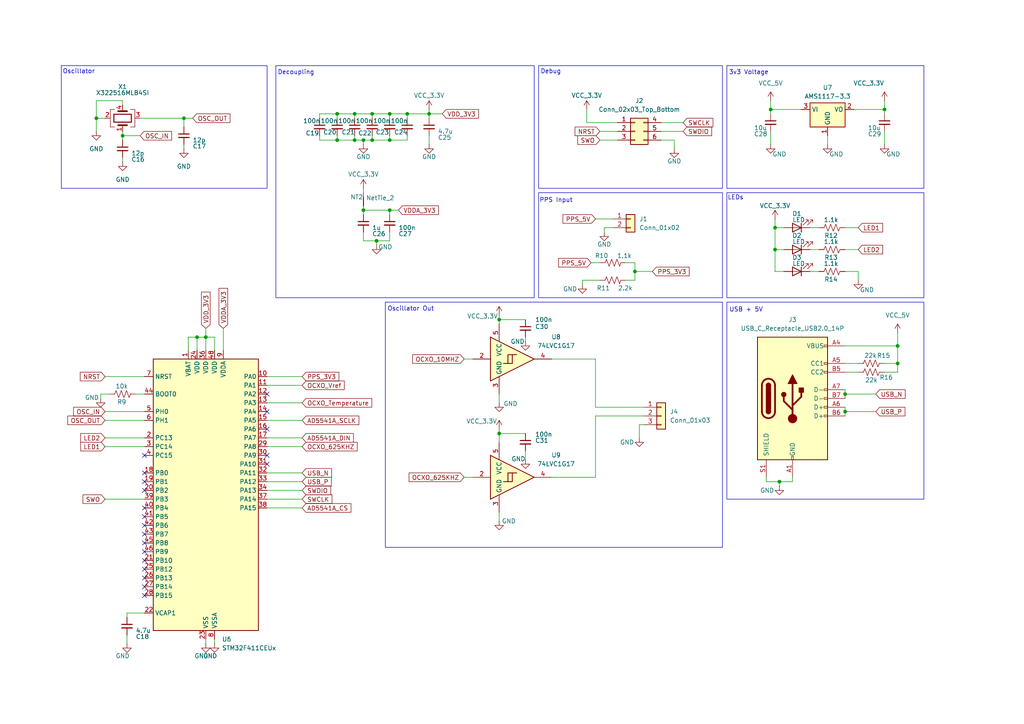
<source format=kicad_sch>
(kicad_sch (version 20250114) (generator "eeschema") (generator_version "9.0")
  (paper "A4")
  (lib_symbols
    (symbol "74xGxx:74LVC1G17"
      (property "Reference" "U" (at 0 3.81 0))
      (property "Value" "74LVC1G17" (at 0 -3.81 0))
      (symbol "74LVC1G17_0_1"
        (polyline (pts (xy -7.62 6.35) (xy -7.62 -6.35) (xy 5.08 0) (xy -7.62 6.35)) (stroke (width 0.254)) (fill (type background)))
        (polyline (pts (xy -3.81 -1.27) (xy -2.54 -1.27) (xy -2.54 1.27) (xy -1.27 1.27)) (stroke (width 0.254)) (fill (type background)))
        (polyline (pts (xy -2.54 -1.27) (xy -1.27 -1.27) (xy -1.27 1.27) (xy 0 1.27)) (stroke (width 0.254)) (fill (type background)))
      )
      (symbol "74LVC1G17_1_1"
        (pin input line (at -12.7 0 0) (length 5.08) (name "~") (number "2"))
        (pin no_connect line (at -7.62 5.08 180) (length 5.08) (hide yes) (name "NC") (number "1"))
        (pin power_in line (at -5.08 10.16 270) (length 5.08) (name "VCC") (number "5"))
        (pin power_in line (at -5.08 -10.16 90) (length 5.08) (name "GND") (number "3"))
        (pin output line (at 10.16 0 180) (length 5.08) (name "~") (number "4"))
      )
    )
    (symbol "Connector:USB_C_Receptacle_USB2.0_14P" (pin_names (offset 1.016))
      (property "Reference" "J" (at 0 22.225 0))
      (property "Value" "USB_C_Receptacle_USB2.0_14P" (at 0 19.685 0))
      (symbol "USB_C_Receptacle_USB2.0_14P_0_0"
        (rectangle (start -0.254 -17.78) (end 0.254 -16.764))
        (rectangle (start 10.16 15.494) (end 9.144 14.986))
        (rectangle (start 10.16 10.414) (end 9.144 9.906))
        (rectangle (start 10.16 7.874) (end 9.144 7.366))
        (rectangle (start 10.16 2.794) (end 9.144 2.286))
        (rectangle (start 10.16 0.254) (end 9.144 -0.254))
        (rectangle (start 10.16 -2.286) (end 9.144 -2.794))
        (rectangle (start 10.16 -4.826) (end 9.144 -5.334))
      )
      (symbol "USB_C_Receptacle_USB2.0_14P_0_1"
        (rectangle (start -10.16 17.78) (end 10.16 -17.78) (stroke (width 0.254)) (fill (type background)))
        (polyline (pts (xy -8.89 -3.81) (xy -8.89 3.81)) (stroke (width 0.508)))
        (rectangle (start -7.62 -3.81) (end -6.35 3.81) (stroke (width 0.254)) (fill (type outline)))
        (arc (start -7.62 3.81) (mid -6.985 4.4423) (end -6.35 3.81) (stroke (width 0.254)))
        (arc (start -7.62 3.81) (mid -6.985 4.4423) (end -6.35 3.81) (stroke (width 0.254)) (fill (type outline)))
        (arc (start -8.89 3.81) (mid -6.985 5.7067) (end -5.08 3.81) (stroke (width 0.508)))
        (arc (start -5.08 -3.81) (mid -6.985 -5.7067) (end -8.89 -3.81) (stroke (width 0.508)))
        (arc (start -6.35 -3.81) (mid -6.985 -4.4423) (end -7.62 -3.81) (stroke (width 0.254)))
        (arc (start -6.35 -3.81) (mid -6.985 -4.4423) (end -7.62 -3.81) (stroke (width 0.254)) (fill (type outline)))
        (polyline (pts (xy -5.08 3.81) (xy -5.08 -3.81)) (stroke (width 0.508)))
        (circle (center -2.54 1.143) (radius 0.635) (stroke (width 0.254)) (fill (type outline)))
        (polyline (pts (xy -1.27 4.318) (xy 0 6.858) (xy 1.27 4.318) (xy -1.27 4.318)) (stroke (width 0.254)) (fill (type outline)))
        (polyline (pts (xy 0 -2.032) (xy 2.54 0.508) (xy 2.54 1.778)) (stroke (width 0.508)))
        (polyline (pts (xy 0 -3.302) (xy -2.54 -0.762) (xy -2.54 0.508)) (stroke (width 0.508)))
        (polyline (pts (xy 0 -5.842) (xy 0 4.318)) (stroke (width 0.508)))
        (circle (center 0 -5.842) (radius 1.27) (fill (type outline)))
        (rectangle (start 1.905 1.778) (end 3.175 3.048) (stroke (width 0.254)) (fill (type outline)))
      )
      (symbol "USB_C_Receptacle_USB2.0_14P_1_1"
        (pin passive line (at -7.62 -22.86 90) (length 5.08) (name "SHIELD") (number "S1"))
        (pin passive line (at 0 -22.86 90) (length 5.08) (name "GND") (number "A1"))
        (pin passive line (at 0 -22.86 90) (length 5.08) (hide yes) (name "GND") (number "A12"))
        (pin passive line (at 0 -22.86 90) (length 5.08) (hide yes) (name "GND") (number "B1"))
        (pin passive line (at 0 -22.86 90) (length 5.08) (hide yes) (name "GND") (number "B12"))
        (pin passive line (at 15.24 15.24 180) (length 5.08) (name "VBUS") (number "A4"))
        (pin passive line (at 15.24 15.24 180) (length 5.08) (hide yes) (name "VBUS") (number "A9"))
        (pin passive line (at 15.24 15.24 180) (length 5.08) (hide yes) (name "VBUS") (number "B4"))
        (pin passive line (at 15.24 15.24 180) (length 5.08) (hide yes) (name "VBUS") (number "B9"))
        (pin bidirectional line (at 15.24 10.16 180) (length 5.08) (name "CC1") (number "A5"))
        (pin bidirectional line (at 15.24 7.62 180) (length 5.08) (name "CC2") (number "B5"))
        (pin bidirectional line (at 15.24 2.54 180) (length 5.08) (name "D-") (number "A7"))
        (pin bidirectional line (at 15.24 0 180) (length 5.08) (name "D-") (number "B7"))
        (pin bidirectional line (at 15.24 -2.54 180) (length 5.08) (name "D+") (number "A6"))
        (pin bidirectional line (at 15.24 -5.08 180) (length 5.08) (name "D+") (number "B6"))
      )
    )
    (symbol "Connector_Generic:Conn_01x02" (pin_names (offset 1.016) (hide yes))
      (property "Reference" "J" (at 0 2.54 0))
      (property "Value" "Conn_01x02" (at 0 -5.08 0))
      (symbol "Conn_01x02_1_1"
        (rectangle (start -1.27 1.27) (end 1.27 -3.81) (stroke (width 0.254)) (fill (type background)))
        (rectangle (start -1.27 0.127) (end 0 -0.127) (stroke (width 0.1524)))
        (rectangle (start -1.27 -2.413) (end 0 -2.667) (stroke (width 0.1524)))
        (pin passive line (at -5.08 0 0) (length 3.81) (name "Pin_1") (number "1"))
        (pin passive line (at -5.08 -2.54 0) (length 3.81) (name "Pin_2") (number "2"))
      )
    )
    (symbol "Connector_Generic:Conn_01x03" (pin_names (offset 1.016) (hide yes))
      (property "Reference" "J" (at 0 5.08 0))
      (property "Value" "Conn_01x03" (at 0 -5.08 0))
      (symbol "Conn_01x03_1_1"
        (rectangle (start -1.27 3.81) (end 1.27 -3.81) (stroke (width 0.254)) (fill (type background)))
        (rectangle (start -1.27 2.667) (end 0 2.413) (stroke (width 0.1524)))
        (rectangle (start -1.27 0.127) (end 0 -0.127) (stroke (width 0.1524)))
        (rectangle (start -1.27 -2.413) (end 0 -2.667) (stroke (width 0.1524)))
        (pin passive line (at -5.08 2.54 0) (length 3.81) (name "Pin_1") (number "1"))
        (pin passive line (at -5.08 0 0) (length 3.81) (name "Pin_2") (number "2"))
        (pin passive line (at -5.08 -2.54 0) (length 3.81) (name "Pin_3") (number "3"))
      )
    )
    (symbol "Connector_Generic:Conn_02x03_Top_Bottom" (pin_names (offset 1.016) (hide yes))
      (property "Reference" "J" (at 1.27 5.08 0))
      (property "Value" "Conn_02x03_Top_Bottom" (at 1.27 -5.08 0))
      (symbol "Conn_02x03_Top_Bottom_1_1"
        (rectangle (start -1.27 3.81) (end 3.81 -3.81) (stroke (width 0.254)) (fill (type background)))
        (rectangle (start -1.27 2.667) (end 0 2.413) (stroke (width 0.1524)))
        (rectangle (start -1.27 0.127) (end 0 -0.127) (stroke (width 0.1524)))
        (rectangle (start -1.27 -2.413) (end 0 -2.667) (stroke (width 0.1524)))
        (rectangle (start 3.81 2.667) (end 2.54 2.413) (stroke (width 0.1524)))
        (rectangle (start 3.81 0.127) (end 2.54 -0.127) (stroke (width 0.1524)))
        (rectangle (start 3.81 -2.413) (end 2.54 -2.667) (stroke (width 0.1524)))
        (pin passive line (at -5.08 2.54 0) (length 3.81) (name "Pin_1") (number "1"))
        (pin passive line (at -5.08 0 0) (length 3.81) (name "Pin_2") (number "2"))
        (pin passive line (at -5.08 -2.54 0) (length 3.81) (name "Pin_3") (number "3"))
        (pin passive line (at 7.62 2.54 180) (length 3.81) (name "Pin_4") (number "4"))
        (pin passive line (at 7.62 0 180) (length 3.81) (name "Pin_5") (number "5"))
        (pin passive line (at 7.62 -2.54 180) (length 3.81) (name "Pin_6") (number "6"))
      )
    )
    (symbol "Device:C_Small" (pin_numbers (hide yes)) (pin_names (offset 0.254) (hide yes))
      (property "Reference" "C" (at 0.254 1.778 0))
      (property "Value" "C_Small" (at 0.254 -2.032 0))
      (symbol "C_Small_0_1"
        (polyline (pts (xy -1.524 0.508) (xy 1.524 0.508)) (stroke (width 0.3048)))
        (polyline (pts (xy -1.524 -0.508) (xy 1.524 -0.508)) (stroke (width 0.3302)))
      )
      (symbol "C_Small_1_1"
        (pin passive line (at 0 2.54 270) (length 2.032) (name "~") (number "1"))
        (pin passive line (at 0 -2.54 90) (length 2.032) (name "~") (number "2"))
      )
    )
    (symbol "Device:Crystal_GND23" (pin_names (offset 1.016) (hide yes))
      (property "Reference" "Y" (at 3.175 5.08 0))
      (property "Value" "Crystal_GND23" (at 3.175 3.175 0))
      (symbol "Crystal_GND23_0_1"
        (polyline (pts (xy -2.54 2.286) (xy -2.54 3.556) (xy 2.54 3.556) (xy 2.54 2.286)))
        (polyline (pts (xy -2.54 0) (xy -2.032 0)))
        (polyline (pts (xy -2.54 -2.286) (xy -2.54 -3.556) (xy 2.54 -3.556) (xy 2.54 -2.286)))
        (polyline (pts (xy -2.032 -1.27) (xy -2.032 1.27)) (stroke (width 0.508)))
        (rectangle (start -1.143 2.54) (end 1.143 -2.54) (stroke (width 0.3048)))
        (polyline (pts (xy 0 3.556) (xy 0 3.81)))
        (polyline (pts (xy 0 -3.81) (xy 0 -3.556)))
        (polyline (pts (xy 2.032 0) (xy 2.54 0)))
        (polyline (pts (xy 2.032 -1.27) (xy 2.032 1.27)) (stroke (width 0.508)))
      )
      (symbol "Crystal_GND23_1_1"
        (pin passive line (at -3.81 0 0) (length 1.27) (name "1") (number "1"))
        (pin passive line (at 0 5.08 270) (length 1.27) (name "2") (number "2"))
        (pin passive line (at 0 -5.08 90) (length 1.27) (name "3") (number "3"))
        (pin passive line (at 3.81 0 180) (length 1.27) (name "4") (number "4"))
      )
    )
    (symbol "Device:LED" (pin_numbers (hide yes)) (pin_names (offset 1.016) (hide yes))
      (property "Reference" "D" (at 0 2.54 0))
      (property "Value" "LED" (at 0 -2.54 0))
      (symbol "LED_0_1"
        (polyline (pts (xy -3.048 -0.762) (xy -4.572 -2.286) (xy -3.81 -2.286) (xy -4.572 -2.286) (xy -4.572 -1.524)))
        (polyline (pts (xy -1.778 -0.762) (xy -3.302 -2.286) (xy -2.54 -2.286) (xy -3.302 -2.286) (xy -3.302 -1.524)))
        (polyline (pts (xy -1.27 0) (xy 1.27 0)))
        (polyline (pts (xy -1.27 -1.27) (xy -1.27 1.27)) (stroke (width 0.254)))
        (polyline (pts (xy 1.27 -1.27) (xy 1.27 1.27) (xy -1.27 0) (xy 1.27 -1.27)) (stroke (width 0.254)))
      )
      (symbol "LED_1_1"
        (pin passive line (at -3.81 0 0) (length 2.54) (name "K") (number "1"))
        (pin passive line (at 3.81 0 180) (length 2.54) (name "A") (number "2"))
      )
    )
    (symbol "Device:NetTie_2" (pin_numbers (hide yes)) (pin_names (offset 0) (hide yes)) (in_bom no)
      (property "Reference" "NT" (at 0 1.27 0))
      (property "Value" "NetTie_2" (at 0 -1.27 0))
      (symbol "NetTie_2_0_1"
        (polyline (pts (xy -1.27 0) (xy 1.27 0)) (stroke (width 0.254)))
      )
      (symbol "NetTie_2_1_1"
        (pin passive line (at -2.54 0 0) (length 2.54) (name "1") (number "1"))
        (pin passive line (at 2.54 0 180) (length 2.54) (name "2") (number "2"))
      )
    )
    (symbol "Device:R_US" (pin_numbers (hide yes)) (pin_names (offset 0))
      (property "Reference" "R" (at 2.54 0 90))
      (property "Value" "R_US" (at -2.54 0 90))
      (symbol "R_US_0_1"
        (polyline (pts (xy 0 2.286) (xy 0 2.54)))
        (polyline (pts (xy 0 2.286) (xy 1.016 1.905) (xy 0 1.524) (xy -1.016 1.143) (xy 0 0.762)))
        (polyline (pts (xy 0 0.762) (xy 1.016 0.381) (xy 0 0) (xy -1.016 -0.381) (xy 0 -0.762)))
        (polyline (pts (xy 0 -0.762) (xy 1.016 -1.143) (xy 0 -1.524) (xy -1.016 -1.905) (xy 0 -2.286)))
        (polyline (pts (xy 0 -2.286) (xy 0 -2.54)))
      )
      (symbol "R_US_1_1"
        (pin passive line (at 0 3.81 270) (length 1.27) (name "~") (number "1"))
        (pin passive line (at 0 -3.81 90) (length 1.27) (name "~") (number "2"))
      )
    )
    (symbol "MCU_ST_STM32F4:STM32F411CEUx"
      (property "Reference" "U" (at -15.24 41.91 0))
      (property "Value" "STM32F411CEUx" (at 7.62 41.91 0))
      (symbol "STM32F411CEUx_0_1"
        (rectangle (start -15.24 -38.1) (end 15.24 40.64) (stroke (width 0.254)) (fill (type background)))
      )
      (symbol "STM32F411CEUx_1_1"
        (pin input line (at -17.78 35.56 0) (length 2.54) (name "NRST") (number "7"))
        (pin input line (at -17.78 30.48 0) (length 2.54) (name "BOOT0") (number "44"))
        (pin bidirectional line (at -17.78 25.4 0) (length 2.54) (name "PH0") (number "5"))
        (pin bidirectional line (at -17.78 22.86 0) (length 2.54) (name "PH1") (number "6"))
        (pin bidirectional line (at -17.78 17.78 0) (length 2.54) (name "PC13") (number "2"))
        (pin bidirectional line (at -17.78 15.24 0) (length 2.54) (name "PC14") (number "3"))
        (pin bidirectional line (at -17.78 12.7 0) (length 2.54) (name "PC15") (number "4"))
        (pin bidirectional line (at -17.78 7.62 0) (length 2.54) (name "PB0") (number "18"))
        (pin bidirectional line (at -17.78 5.08 0) (length 2.54) (name "PB1") (number "19"))
        (pin bidirectional line (at -17.78 2.54 0) (length 2.54) (name "PB2") (number "20"))
        (pin bidirectional line (at -17.78 0 0) (length 2.54) (name "PB3") (number "39"))
        (pin bidirectional line (at -17.78 -2.54 0) (length 2.54) (name "PB4") (number "40"))
        (pin bidirectional line (at -17.78 -5.08 0) (length 2.54) (name "PB5") (number "41"))
        (pin bidirectional line (at -17.78 -7.62 0) (length 2.54) (name "PB6") (number "42"))
        (pin bidirectional line (at -17.78 -10.16 0) (length 2.54) (name "PB7") (number "43"))
        (pin bidirectional line (at -17.78 -12.7 0) (length 2.54) (name "PB8") (number "45"))
        (pin bidirectional line (at -17.78 -15.24 0) (length 2.54) (name "PB9") (number "46"))
        (pin bidirectional line (at -17.78 -17.78 0) (length 2.54) (name "PB10") (number "21"))
        (pin bidirectional line (at -17.78 -20.32 0) (length 2.54) (name "PB12") (number "25"))
        (pin bidirectional line (at -17.78 -22.86 0) (length 2.54) (name "PB13") (number "26"))
        (pin bidirectional line (at -17.78 -25.4 0) (length 2.54) (name "PB14") (number "27"))
        (pin bidirectional line (at -17.78 -27.94 0) (length 2.54) (name "PB15") (number "28"))
        (pin power_out line (at -17.78 -33.02 0) (length 2.54) (name "VCAP1") (number "22"))
        (pin power_in line (at -5.08 43.18 270) (length 2.54) (name "VBAT") (number "1"))
        (pin power_in line (at -2.54 43.18 270) (length 2.54) (name "VDD") (number "24"))
        (pin power_in line (at 0 43.18 270) (length 2.54) (name "VDD") (number "36"))
        (pin power_in line (at 0 -40.64 90) (length 2.54) (name "VSS") (number "23"))
        (pin passive line (at 0 -40.64 90) (length 2.54) (hide yes) (name "VSS") (number "35"))
        (pin passive line (at 0 -40.64 90) (length 2.54) (hide yes) (name "VSS") (number "47"))
        (pin passive line (at 0 -40.64 90) (length 2.54) (hide yes) (name "VSS") (number "49"))
        (pin power_in line (at 2.54 43.18 270) (length 2.54) (name "VDD") (number "48"))
        (pin power_in line (at 2.54 -40.64 90) (length 2.54) (name "VSSA") (number "8"))
        (pin power_in line (at 5.08 43.18 270) (length 2.54) (name "VDDA") (number "9"))
        (pin bidirectional line (at 17.78 35.56 180) (length 2.54) (name "PA0") (number "10"))
        (pin bidirectional line (at 17.78 33.02 180) (length 2.54) (name "PA1") (number "11"))
        (pin bidirectional line (at 17.78 30.48 180) (length 2.54) (name "PA2") (number "12"))
        (pin bidirectional line (at 17.78 27.94 180) (length 2.54) (name "PA3") (number "13"))
        (pin bidirectional line (at 17.78 25.4 180) (length 2.54) (name "PA4") (number "14"))
        (pin bidirectional line (at 17.78 22.86 180) (length 2.54) (name "PA5") (number "15"))
        (pin bidirectional line (at 17.78 20.32 180) (length 2.54) (name "PA6") (number "16"))
        (pin bidirectional line (at 17.78 17.78 180) (length 2.54) (name "PA7") (number "17"))
        (pin bidirectional line (at 17.78 15.24 180) (length 2.54) (name "PA8") (number "29"))
        (pin bidirectional line (at 17.78 12.7 180) (length 2.54) (name "PA9") (number "30"))
        (pin bidirectional line (at 17.78 10.16 180) (length 2.54) (name "PA10") (number "31"))
        (pin bidirectional line (at 17.78 7.62 180) (length 2.54) (name "PA11") (number "32"))
        (pin bidirectional line (at 17.78 5.08 180) (length 2.54) (name "PA12") (number "33"))
        (pin bidirectional line (at 17.78 2.54 180) (length 2.54) (name "PA13") (number "34"))
        (pin bidirectional line (at 17.78 0 180) (length 2.54) (name "PA14") (number "37"))
        (pin bidirectional line (at 17.78 -2.54 180) (length 2.54) (name "PA15") (number "38"))
      )
    )
    (symbol "Regulator_Linear:AMS1117-3.3"
      (property "Reference" "U" (at -3.81 3.175 0))
      (property "Value" "AMS1117-3.3" (at 0 3.175 0))
      (symbol "AMS1117-3.3_0_1"
        (rectangle (start -5.08 -5.08) (end 5.08 1.905) (stroke (width 0.254)) (fill (type background)))
      )
      (symbol "AMS1117-3.3_1_1"
        (pin power_in line (at -7.62 0 0) (length 2.54) (name "VI") (number "3"))
        (pin power_in line (at 0 -7.62 90) (length 2.54) (name "GND") (number "1"))
        (pin power_out line (at 7.62 0 180) (length 2.54) (name "VO") (number "2"))
      )
    )
    (symbol "power:GND" (power) (pin_numbers (hide yes)) (pin_names (offset 0) (hide yes))
      (property "Value" "GND" (at 0 -3.81 0))
      (symbol "GND_0_1"
        (polyline (pts (xy 0 0) (xy 0 -1.27) (xy 1.27 -1.27) (xy 0 -2.54) (xy -1.27 -1.27) (xy 0 -1.27)))
      )
      (symbol "GND_1_1"
        (pin power_in line (at 0 0 270) (length 0) (name "~") (number "1"))
      )
    )
    (symbol "power:VCC" (power) (pin_numbers (hide yes)) (pin_names (offset 0) (hide yes))
      (property "Value" "VCC" (at 0 3.556 0))
      (symbol "VCC_0_1"
        (polyline (pts (xy -0.762 1.27) (xy 0 2.54)))
        (polyline (pts (xy 0 2.54) (xy 0.762 1.27)))
        (polyline (pts (xy 0 0) (xy 0 2.54)))
      )
      (symbol "VCC_1_1"
        (pin power_in line (at 0 0 90) (length 0) (name "~") (number "1"))
      )
    )
  )
  (rectangle (start 156.21 19.05) (end 209.55 54.61))
  (rectangle (start 80.01 19.05) (end 154.94 86.36))
  (rectangle (start 210.82 55.88) (end 267.97 86.36))
  (rectangle (start 210.82 19.05) (end 267.97 54.61))
  (rectangle (start 17.78 19.05) (end 77.47 54.61))
  (rectangle (start 210.82 87.63) (end 267.97 144.78))
  (rectangle (start 156.21 55.88) (end 209.55 86.36))
  (rectangle (start 111.76 87.63) (end 209.55 158.75))
  (text "Oscillator Out" (at 119.126 89.662 0) (effects (font (size 1.27 1.27))))
  (text "Debug" (at 159.766 20.828 0) (effects (font (size 1.27 1.27))))
  (text "PPS Input" (at 161.29 58.166 0) (effects (font (size 1.27 1.27))))
  (text "LEDs" (at 213.36 57.404 0) (effects (font (size 1.27 1.27))))
  (text "USB + 5V" (at 216.408 89.916 0) (effects (font (size 1.27 1.27))))
  (text "Decoupling" (at 85.852 21.082 0) (effects (font (size 1.27 1.27))))
  (text "3v3 Voltage" (at 217.17 21.082 0) (effects (font (size 1.27 1.27))))
  (text "Oscillator" (at 22.86 20.828 0) (effects (font (size 1.27 1.27))))
  (junction (at 53.34 34.29))
  (junction (at 59.69 97.79))
  (junction (at 224.79 72.39))
  (junction (at 57.15 97.79))
  (junction (at 144.78 92.71))
  (junction (at 226.06 139.7))
  (junction (at 144.78 125.73))
  (junction (at 97.79 40.64))
  (junction (at 97.79 33.02))
  (junction (at 102.87 33.02))
  (junction (at 102.87 40.64))
  (junction (at 27.94 34.29))
  (junction (at 113.03 60.96))
  (junction (at 256.54 31.75))
  (junction (at 245.11 114.3))
  (junction (at 105.41 40.64))
  (junction (at 107.95 40.64))
  (junction (at 184.15 78.74))
  (junction (at 113.03 33.02))
  (junction (at 260.35 100.33))
  (junction (at 109.22 69.85))
  (junction (at 223.52 31.75))
  (junction (at 107.95 33.02))
  (junction (at 224.79 66.04))
  (junction (at 35.56 39.37))
  (junction (at 105.41 60.96))
  (junction (at 113.03 40.64))
  (junction (at 118.11 33.02))
  (junction (at 245.11 119.38))
  (junction (at 124.46 33.02))
  (junction (at 260.35 105.41))
  (no_connect (at 77.47 124.46))
  (no_connect (at 41.91 147.32))
  (no_connect (at 41.91 165.1))
  (no_connect (at 41.91 152.4))
  (no_connect (at 77.47 114.3))
  (no_connect (at 41.91 154.94))
  (no_connect (at 41.91 167.64))
  (no_connect (at 41.91 172.72))
  (no_connect (at 41.91 162.56))
  (no_connect (at 41.91 170.18))
  (no_connect (at 41.91 132.08))
  (no_connect (at 41.91 139.7))
  (no_connect (at 41.91 142.24))
  (no_connect (at 77.47 134.62))
  (no_connect (at 77.47 132.08))
  (no_connect (at 41.91 137.16))
  (no_connect (at 41.91 160.02))
  (no_connect (at 41.91 149.86))
  (no_connect (at 77.47 119.38))
  (no_connect (at 41.91 157.48))
  (wire (pts (xy 170.18 35.56) (xy 170.18 31.75)))
  (wire (pts (xy 229.87 138.43) (xy 229.87 139.7)))
  (wire (pts (xy 92.71 39.37) (xy 92.71 40.64)))
  (wire (pts (xy 105.41 40.64) (xy 105.41 41.91)))
  (wire (pts (xy 118.11 33.02) (xy 124.46 33.02)))
  (wire (pts (xy 191.77 38.1) (xy 198.12 38.1)))
  (wire (pts (xy 256.54 105.41) (xy 260.35 105.41)))
  (wire (pts (xy 172.72 104.14) (xy 172.72 118.11)))
  (wire (pts (xy 113.03 34.29) (xy 113.03 33.02)))
  (wire (pts (xy 144.78 124.46) (xy 144.78 125.73)))
  (wire (pts (xy 107.95 33.02) (xy 113.03 33.02)))
  (wire (pts (xy 191.77 35.56) (xy 198.12 35.56)))
  (wire (pts (xy 168.91 81.28) (xy 168.91 82.55)))
  (wire (pts (xy 77.47 109.22) (xy 87.63 109.22)))
  (wire (pts (xy 254 119.38) (xy 245.11 119.38)))
  (wire (pts (xy 224.79 66.04) (xy 227.33 66.04)))
  (wire (pts (xy 77.47 129.54) (xy 87.63 129.54)))
  (wire (pts (xy 77.47 139.7) (xy 87.63 139.7)))
  (wire (pts (xy 77.47 116.84) (xy 87.63 116.84)))
  (wire (pts (xy 260.35 100.33) (xy 260.35 105.41)))
  (wire (pts (xy 173.99 40.64) (xy 179.07 40.64)))
  (wire (pts (xy 134.62 104.14) (xy 137.16 104.14)))
  (wire (pts (xy 107.95 40.64) (xy 113.03 40.64)))
  (wire (pts (xy 102.87 39.37) (xy 102.87 40.64)))
  (wire (pts (xy 59.69 185.42) (xy 59.69 186.69)))
  (wire (pts (xy 144.78 92.71) (xy 152.4 92.71)))
  (wire (pts (xy 77.47 111.76) (xy 87.63 111.76)))
  (wire (pts (xy 77.47 127) (xy 87.63 127)))
  (wire (pts (xy 77.47 137.16) (xy 87.63 137.16)))
  (wire (pts (xy 113.03 39.37) (xy 113.03 40.64)))
  (wire (pts (xy 59.69 95.25) (xy 59.69 97.79)))
  (wire (pts (xy 113.03 40.64) (xy 118.11 40.64)))
  (wire (pts (xy 224.79 78.74) (xy 227.33 78.74)))
  (wire (pts (xy 35.56 29.21) (xy 27.94 29.21)))
  (wire (pts (xy 144.78 114.3) (xy 144.78 116.84)))
  (wire (pts (xy 57.15 97.79) (xy 59.69 97.79)))
  (wire (pts (xy 260.35 105.41) (xy 260.35 107.95)))
  (wire (pts (xy 248.92 78.74) (xy 248.92 81.28)))
  (wire (pts (xy 118.11 33.02) (xy 118.11 34.29)))
  (wire (pts (xy 185.42 123.19) (xy 186.69 123.19)))
  (wire (pts (xy 35.56 39.37) (xy 40.64 39.37)))
  (wire (pts (xy 97.79 40.64) (xy 102.87 40.64)))
  (wire (pts (xy 195.58 40.64) (xy 195.58 43.18)))
  (wire (pts (xy 160.02 104.14) (xy 172.72 104.14)))
  (wire (pts (xy 245.11 114.3) (xy 254 114.3)))
  (wire (pts (xy 77.47 147.32) (xy 87.63 147.32)))
  (wire (pts (xy 102.87 33.02) (xy 102.87 34.29)))
  (wire (pts (xy 92.71 40.64) (xy 97.79 40.64)))
  (wire (pts (xy 107.95 34.29) (xy 107.95 33.02)))
  (wire (pts (xy 62.23 185.42) (xy 62.23 186.69)))
  (wire (pts (xy 59.69 97.79) (xy 59.69 101.6)))
  (wire (pts (xy 245.11 66.04) (xy 248.92 66.04)))
  (wire (pts (xy 223.52 31.75) (xy 223.52 29.21)))
  (wire (pts (xy 102.87 40.64) (xy 105.41 40.64)))
  (wire (pts (xy 134.62 138.43) (xy 137.16 138.43)))
  (wire (pts (xy 245.11 72.39) (xy 248.92 72.39)))
  (wire (pts (xy 160.02 138.43) (xy 172.72 138.43)))
  (wire (pts (xy 234.95 78.74) (xy 237.49 78.74)))
  (wire (pts (xy 173.99 38.1) (xy 179.07 38.1)))
  (wire (pts (xy 53.34 34.29) (xy 55.88 34.29)))
  (wire (pts (xy 27.94 34.29) (xy 30.48 34.29)))
  (wire (pts (xy 41.91 177.8) (xy 36.83 177.8)))
  (wire (pts (xy 97.79 34.29) (xy 97.79 33.02)))
  (wire (pts (xy 245.11 118.11) (xy 245.11 119.38)))
  (wire (pts (xy 260.35 96.52) (xy 260.35 100.33)))
  (wire (pts (xy 92.71 34.29) (xy 92.71 33.02)))
  (wire (pts (xy 113.03 60.96) (xy 115.57 60.96)))
  (wire (pts (xy 184.15 81.28) (xy 184.15 78.74)))
  (wire (pts (xy 245.11 100.33) (xy 260.35 100.33)))
  (wire (pts (xy 113.03 33.02) (xy 118.11 33.02)))
  (wire (pts (xy 124.46 39.37) (xy 124.46 41.91)))
  (wire (pts (xy 224.79 72.39) (xy 227.33 72.39)))
  (wire (pts (xy 184.15 78.74) (xy 184.15 76.2)))
  (wire (pts (xy 245.11 107.95) (xy 248.92 107.95)))
  (wire (pts (xy 223.52 33.02) (xy 223.52 31.75)))
  (wire (pts (xy 245.11 119.38) (xy 245.11 120.65)))
  (wire (pts (xy 53.34 34.29) (xy 53.34 36.83)))
  (wire (pts (xy 223.52 38.1) (xy 223.52 41.91)))
  (wire (pts (xy 39.37 114.3) (xy 41.91 114.3)))
  (wire (pts (xy 105.41 40.64) (xy 107.95 40.64)))
  (wire (pts (xy 64.77 95.25) (xy 64.77 101.6)))
  (wire (pts (xy 40.64 34.29) (xy 53.34 34.29)))
  (wire (pts (xy 105.41 60.96) (xy 105.41 62.23)))
  (wire (pts (xy 92.71 33.02) (xy 97.79 33.02)))
  (wire (pts (xy 175.26 66.04) (xy 177.8 66.04)))
  (wire (pts (xy 226.06 139.7) (xy 222.25 139.7)))
  (wire (pts (xy 30.48 121.92) (xy 41.91 121.92)))
  (wire (pts (xy 109.22 69.85) (xy 113.03 69.85)))
  (wire (pts (xy 256.54 29.21) (xy 256.54 31.75)))
  (wire (pts (xy 245.11 114.3) (xy 245.11 115.57)))
  (wire (pts (xy 234.95 66.04) (xy 237.49 66.04)))
  (wire (pts (xy 175.26 67.31) (xy 175.26 66.04)))
  (wire (pts (xy 256.54 38.1) (xy 256.54 41.91)))
  (wire (pts (xy 107.95 39.37) (xy 107.95 40.64)))
  (wire (pts (xy 113.03 67.31) (xy 113.03 69.85)))
  (wire (pts (xy 102.87 33.02) (xy 107.95 33.02)))
  (wire (pts (xy 57.15 101.6) (xy 57.15 97.79)))
  (wire (pts (xy 105.41 60.96) (xy 113.03 60.96)))
  (wire (pts (xy 35.56 39.37) (xy 35.56 40.64)))
  (wire (pts (xy 234.95 72.39) (xy 237.49 72.39)))
  (wire (pts (xy 27.94 38.1) (xy 27.94 34.29)))
  (wire (pts (xy 54.61 101.6) (xy 54.61 97.79)))
  (wire (pts (xy 36.83 184.15) (xy 36.83 186.69)))
  (wire (pts (xy 59.69 97.79) (xy 62.23 97.79)))
  (wire (pts (xy 35.56 45.72) (xy 35.56 46.99)))
  (wire (pts (xy 30.48 119.38) (xy 41.91 119.38)))
  (wire (pts (xy 144.78 92.71) (xy 144.78 93.98)))
  (wire (pts (xy 181.61 81.28) (xy 184.15 81.28)))
  (wire (pts (xy 256.54 107.95) (xy 260.35 107.95)))
  (wire (pts (xy 152.4 97.79) (xy 152.4 99.06)))
  (wire (pts (xy 224.79 72.39) (xy 224.79 78.74)))
  (wire (pts (xy 222.25 138.43) (xy 222.25 139.7)))
  (wire (pts (xy 105.41 69.85) (xy 105.41 67.31)))
  (wire (pts (xy 77.47 121.92) (xy 87.63 121.92)))
  (wire (pts (xy 27.94 29.21) (xy 27.94 34.29)))
  (wire (pts (xy 124.46 31.75) (xy 124.46 33.02)))
  (wire (pts (xy 105.41 54.61) (xy 105.41 55.88)))
  (wire (pts (xy 54.61 97.79) (xy 57.15 97.79)))
  (wire (pts (xy 172.72 118.11) (xy 186.69 118.11)))
  (wire (pts (xy 226.06 140.97) (xy 226.06 139.7)))
  (wire (pts (xy 97.79 39.37) (xy 97.79 40.64)))
  (wire (pts (xy 172.72 120.65) (xy 186.69 120.65)))
  (wire (pts (xy 109.22 71.12) (xy 109.22 69.85)))
  (wire (pts (xy 181.61 76.2) (xy 184.15 76.2)))
  (wire (pts (xy 152.4 130.81) (xy 152.4 133.35)))
  (wire (pts (xy 62.23 97.79) (xy 62.23 101.6)))
  (wire (pts (xy 184.15 78.74) (xy 189.23 78.74)))
  (wire (pts (xy 77.47 144.78) (xy 87.63 144.78)))
  (wire (pts (xy 35.56 30.48) (xy 35.56 29.21)))
  (wire (pts (xy 36.83 177.8) (xy 36.83 179.07)))
  (wire (pts (xy 30.48 129.54) (xy 41.91 129.54)))
  (wire (pts (xy 30.48 144.78) (xy 41.91 144.78)))
  (wire (pts (xy 97.79 33.02) (xy 102.87 33.02)))
  (wire (pts (xy 30.48 109.22) (xy 41.91 109.22)))
  (wire (pts (xy 118.11 39.37) (xy 118.11 40.64)))
  (wire (pts (xy 53.34 41.91) (xy 53.34 43.18)))
  (wire (pts (xy 77.47 142.24) (xy 87.63 142.24)))
  (wire (pts (xy 240.03 39.37) (xy 240.03 41.91)))
  (wire (pts (xy 226.06 139.7) (xy 229.87 139.7)))
  (wire (pts (xy 224.79 66.04) (xy 224.79 72.39)))
  (wire (pts (xy 191.77 40.64) (xy 195.58 40.64)))
  (wire (pts (xy 224.79 63.5) (xy 224.79 66.04)))
  (wire (pts (xy 35.56 38.1) (xy 35.56 39.37)))
  (wire (pts (xy 105.41 69.85) (xy 109.22 69.85)))
  (wire (pts (xy 144.78 91.44) (xy 144.78 92.71)))
  (wire (pts (xy 256.54 33.02) (xy 256.54 31.75)))
  (wire (pts (xy 185.42 127) (xy 185.42 123.19)))
  (wire (pts (xy 223.52 31.75) (xy 232.41 31.75)))
  (wire (pts (xy 179.07 35.56) (xy 170.18 35.56)))
  (wire (pts (xy 30.48 127) (xy 41.91 127)))
  (wire (pts (xy 144.78 125.73) (xy 144.78 128.27)))
  (wire (pts (xy 172.72 63.5) (xy 177.8 63.5)))
  (wire (pts (xy 247.65 31.75) (xy 256.54 31.75)))
  (wire (pts (xy 171.45 76.2) (xy 173.99 76.2)))
  (wire (pts (xy 124.46 33.02) (xy 124.46 34.29)))
  (wire (pts (xy 29.21 114.3) (xy 31.75 114.3)))
  (wire (pts (xy 245.11 105.41) (xy 248.92 105.41)))
  (wire (pts (xy 124.46 33.02) (xy 128.27 33.02)))
  (wire (pts (xy 113.03 60.96) (xy 113.03 62.23)))
  (wire (pts (xy 144.78 148.59) (xy 144.78 151.13)))
  (wire (pts (xy 245.11 78.74) (xy 248.92 78.74)))
  (wire (pts (xy 245.11 113.03) (xy 245.11 114.3)))
  (wire (pts (xy 29.21 115.57) (xy 29.21 114.3)))
  (wire (pts (xy 168.91 81.28) (xy 173.99 81.28)))
  (wire (pts (xy 172.72 138.43) (xy 172.72 120.65)))
  (wire (pts (xy 144.78 125.73) (xy 152.4 125.73)))
  (global_label "OSC_IN" (shape input) (at 40.64 39.37 0) (property "Intersheetrefs" "${INTERSHEET_REFS}" (effects (hide yes))))
  (global_label "LED2" (shape input) (at 248.92 72.39 0) (property "Intersheetrefs" "${INTERSHEET_REFS}" (effects (hide yes))))
  (global_label "OCXO_Temperature" (shape input) (at 87.63 116.84 0) (property "Intersheetrefs" "${INTERSHEET_REFS}" (effects (hide yes))))
  (global_label "OCXO_10MHZ" (shape input) (at 134.62 104.14 180) (property "Intersheetrefs" "${INTERSHEET_REFS}" (effects (hide yes))))
  (global_label "PPS_3V3" (shape input) (at 87.63 109.22 0) (property "Intersheetrefs" "${INTERSHEET_REFS}" (effects (hide yes))))
  (global_label "SWO" (shape input) (at 30.48 144.78 180) (property "Intersheetrefs" "${INTERSHEET_REFS}" (effects (hide yes))))
  (global_label "NRST" (shape input) (at 173.99 38.1 180) (property "Intersheetrefs" "${INTERSHEET_REFS}" (effects (hide yes))))
  (global_label "USB_N" (shape input) (at 87.63 137.16 0) (property "Intersheetrefs" "${INTERSHEET_REFS}" (effects (hide yes))))
  (global_label "SWCLK" (shape input) (at 198.12 35.56 0) (property "Intersheetrefs" "${INTERSHEET_REFS}" (effects (hide yes))))
  (global_label "PPS_5V" (shape input) (at 172.72 63.5 180) (property "Intersheetrefs" "${INTERSHEET_REFS}" (effects (hide yes))))
  (global_label "OCXO_625KHZ" (shape input) (at 87.63 129.54 0) (property "Intersheetrefs" "${INTERSHEET_REFS}" (effects (hide yes))))
  (global_label "SWCLK" (shape input) (at 87.63 144.78 0) (property "Intersheetrefs" "${INTERSHEET_REFS}" (effects (hide yes))))
  (global_label "VDDA_3V3" (shape input) (at 115.57 60.96 0) (property "Intersheetrefs" "${INTERSHEET_REFS}" (effects (hide yes))))
  (global_label "OSC_IN" (shape input) (at 30.48 119.38 180) (property "Intersheetrefs" "${INTERSHEET_REFS}" (effects (hide yes))))
  (global_label "LED2" (shape input) (at 30.48 127 180) (property "Intersheetrefs" "${INTERSHEET_REFS}" (effects (hide yes))))
  (global_label "SWDIO" (shape input) (at 198.12 38.1 0) (property "Intersheetrefs" "${INTERSHEET_REFS}" (effects (hide yes))))
  (global_label "USB_P" (shape input) (at 254 119.38 0) (property "Intersheetrefs" "${INTERSHEET_REFS}" (effects (hide yes))))
  (global_label "OSC_OUT" (shape input) (at 55.88 34.29 0) (property "Intersheetrefs" "${INTERSHEET_REFS}" (effects (hide yes))))
  (global_label "AD5541A_DIN" (shape input) (at 87.63 127 0) (property "Intersheetrefs" "${INTERSHEET_REFS}" (effects (hide yes))))
  (global_label "USB_P" (shape input) (at 87.63 139.7 0) (property "Intersheetrefs" "${INTERSHEET_REFS}" (effects (hide yes))))
  (global_label "VDDA_3V3" (shape input) (at 64.77 95.25 90) (property "Intersheetrefs" "${INTERSHEET_REFS}" (effects (hide yes))))
  (global_label "PPS_3V3" (shape input) (at 189.23 78.74 0) (property "Intersheetrefs" "${INTERSHEET_REFS}" (effects (hide yes))))
  (global_label "SWDIO" (shape input) (at 87.63 142.24 0) (property "Intersheetrefs" "${INTERSHEET_REFS}" (effects (hide yes))))
  (global_label "NRST" (shape input) (at 30.48 109.22 180) (property "Intersheetrefs" "${INTERSHEET_REFS}" (effects (hide yes))))
  (global_label "USB_N" (shape input) (at 254 114.3 0) (property "Intersheetrefs" "${INTERSHEET_REFS}" (effects (hide yes))))
  (global_label "VDD_3V3" (shape input) (at 128.27 33.02 0) (property "Intersheetrefs" "${INTERSHEET_REFS}" (effects (hide yes))))
  (global_label "LED1" (shape input) (at 248.92 66.04 0) (property "Intersheetrefs" "${INTERSHEET_REFS}" (effects (hide yes))))
  (global_label "OCXO_625KHZ" (shape input) (at 134.62 138.43 180) (property "Intersheetrefs" "${INTERSHEET_REFS}" (effects (hide yes))))
  (global_label "AD5541A_SCLK" (shape input) (at 87.63 121.92 0) (property "Intersheetrefs" "${INTERSHEET_REFS}" (effects (hide yes))))
  (global_label "LED1" (shape input) (at 30.48 129.54 180) (property "Intersheetrefs" "${INTERSHEET_REFS}" (effects (hide yes))))
  (global_label "OSC_OUT" (shape input) (at 30.48 121.92 180) (property "Intersheetrefs" "${INTERSHEET_REFS}" (effects (hide yes))))
  (global_label "OCXO_Vref" (shape input) (at 87.63 111.76 0) (property "Intersheetrefs" "${INTERSHEET_REFS}" (effects (hide yes))))
  (global_label "SWO" (shape input) (at 173.99 40.64 180) (property "Intersheetrefs" "${INTERSHEET_REFS}" (effects (hide yes))))
  (global_label "VDD_3V3" (shape input) (at 59.69 95.25 90) (property "Intersheetrefs" "${INTERSHEET_REFS}" (effects (hide yes))))
  (global_label "AD5541A_CS" (shape input) (at 87.63 147.32 0) (property "Intersheetrefs" "${INTERSHEET_REFS}" (effects (hide yes))))
  (global_label "PPS_5V" (shape input) (at 171.45 76.2 180) (property "Intersheetrefs" "${INTERSHEET_REFS}" (effects (hide yes))))
  (symbol (lib_id "74xGxx:74LVC1G17") (at 149.86 104.14 0) (unit 1)
    (property "Reference" "U8" (at 161.29 97.7198 0))
    (property "Value" "74LVC1G17" (at 161.29 100.2598 0))
    (property "Footprint" "Package_TO_SOT_SMD:SOT-23-5" (effects (hide yes)))
    (property "Datasheet" "https://www.ti.com/lit/ds/symlink/sn74lvc1g17.pdf" (effects (hide yes)))
    (property "Description" "Single Schmitt Buffer Gate, Low-Voltage CMOS" (effects (hide yes)))
    (property "JLC" "C19829593" (effects (hide yes)))
  )
  (symbol (lib_id "power:GND") (at 185.42 127 0) (unit 1)
    (property "Reference" "#PWR023" (effects (hide yes)))
    (property "Value" "GND" (at 181.864 128.27 0))
    (property "Description" "Power symbol creates a global label with name \"GND\" , ground" (effects (hide yes)))
  )
  (symbol (lib_id "Device:C_Small") (at 113.03 64.77 0) (unit 1)
    (property "Reference" "C27" (at 115.57 67.818 0) (effects (justify left)))
    (property "Value" "100n" (at 115.57 66.0462 0) (effects (justify left)))
    (property "Footprint" "Capacitor_SMD:C_0201_0603Metric_Pad0.64x0.40mm_HandSolder" (effects (hide yes)))
    (property "Description" "Unpolarized capacitor, small symbol" (effects (hide yes)))
  )
  (symbol (lib_id "Device:C_Small") (at 105.41 64.77 0) (unit 1)
    (property "Reference" "C26" (at 107.95 67.818 0) (effects (justify left)))
    (property "Value" "1u" (at 107.95 66.0462 0) (effects (justify left)))
    (property "Footprint" "Capacitor_SMD:C_0201_0603Metric_Pad0.64x0.40mm_HandSolder" (effects (hide yes)))
    (property "Description" "Unpolarized capacitor, small symbol" (effects (hide yes)))
  )
  (symbol (lib_id "Device:C_Small") (at 35.56 43.18 0) (unit 1)
    (property "Reference" "C16" (at 38.1 46.228 0) (effects (justify left)))
    (property "Value" "12p" (at 38.1 44.4562 0) (effects (justify left)))
    (property "Footprint" "Capacitor_SMD:C_0201_0603Metric_Pad0.64x0.40mm_HandSolder" (effects (hide yes)))
    (property "Description" "Unpolarized capacitor, small symbol" (effects (hide yes)))
  )
  (symbol (lib_id "power:GND") (at 168.91 82.55 0) (unit 1)
    (property "Reference" "#PWR038" (effects (hide yes)))
    (property "Value" "GND" (at 165.354 83.82 0))
    (property "Description" "Power symbol creates a global label with name \"GND\" , ground" (effects (hide yes)))
  )
  (symbol (lib_id "Device:C_Small") (at 118.11 36.83 0) (unit 1)
    (property "Reference" "C24" (at 114.3 38.354 0) (effects (justify left)))
    (property "Value" "100n" (at 113.284 35.052 0) (effects (justify left)))
    (property "Footprint" "Capacitor_SMD:C_0201_0603Metric_Pad0.64x0.40mm_HandSolder" (effects (hide yes)))
    (property "Description" "Unpolarized capacitor, small symbol" (effects (hide yes)))
  )
  (symbol (lib_id "Device:LED") (at 231.14 78.74 180) (unit 1)
    (property "Reference" "D3" (at 231.14 74.676 0))
    (property "Value" "LED" (at 231.648 76.454 0))
    (property "Footprint" "LED_SMD:LED_0805_2012Metric_Pad1.15x1.40mm_HandSolder" (effects (hide yes)))
    (property "Description" "Light emitting diode" (effects (hide yes)))
    (property "Sim.Pins" "1=K 2=A" (effects (hide yes)))
  )
  (symbol (lib_id "power:VCC") (at 144.78 124.46 0) (unit 1)
    (property "Reference" "#PWR056" (effects (hide yes)))
    (property "Value" "VCC_3.3V" (at 139.7 122.174 0))
    (property "Description" "Power symbol creates a global label with name \"VCC\"" (effects (hide yes)))
  )
  (symbol (lib_id "Connector_Generic:Conn_01x03") (at 191.77 120.65 0) (unit 1)
    (property "Reference" "J4" (at 194.31 119.3799 0) (effects (justify left)))
    (property "Value" "Conn_01x03" (at 194.31 121.9199 0) (effects (justify left)))
    (property "Footprint" "Connector_PinHeader_2.54mm:PinHeader_1x03_P2.54mm_Vertical" (effects (hide yes)))
    (property "Description" "Generic connector, single row, 01x03, script generated (kicad-library-utils/schlib/autogen/connector/)" (effects (hide yes)))
  )
  (symbol (lib_id "power:GND") (at 240.03 41.91 0) (unit 1)
    (property "Reference" "#PWR046" (effects (hide yes)))
    (property "Value" "GND" (at 242.57 44.704 0))
    (property "Description" "Power symbol creates a global label with name \"GND\" , ground" (effects (hide yes)))
  )
  (symbol (lib_id "power:GND") (at 152.4 133.35 0) (unit 1)
    (property "Reference" "#PWR059" (effects (hide yes)))
    (property "Value" "GND" (at 150.368 133.096 0))
    (property "Description" "Power symbol creates a global label with name \"GND\" , ground" (effects (hide yes)))
  )
  (symbol (lib_id "Device:R_US") (at 35.56 114.3 270) (unit 1)
    (property "Reference" "R9" (at 35.306 116.586 90))
    (property "Value" "10k" (at 35.306 112.014 90))
    (property "Footprint" "Resistor_SMD:R_0201_0603Metric_Pad0.64x0.40mm_HandSolder" (effects (hide yes)))
    (property "Description" "Resistor, US symbol" (effects (hide yes)))
  )
  (symbol (lib_id "power:GND") (at 105.41 41.91 0) (unit 1)
    (property "Reference" "#PWR033" (effects (hide yes)))
    (property "Value" "GND" (at 105.41 45.466 0))
    (property "Description" "Power symbol creates a global label with name \"GND\" , ground" (effects (hide yes)))
  )
  (symbol (lib_id "Device:LED") (at 231.14 66.04 180) (unit 1)
    (property "Reference" "D1" (at 231.14 61.976 0))
    (property "Value" "LED" (at 231.648 63.754 0))
    (property "Footprint" "LED_SMD:LED_0805_2012Metric_Pad1.15x1.40mm_HandSolder" (effects (hide yes)))
    (property "Description" "Light emitting diode" (effects (hide yes)))
    (property "Sim.Pins" "1=K 2=A" (effects (hide yes)))
  )
  (symbol (lib_id "Device:R_US") (at 177.8 81.28 270) (unit 1)
    (property "Reference" "R11" (at 175.006 83.566 90))
    (property "Value" "2.2k" (at 181.356 83.566 90))
    (property "Footprint" "Resistor_SMD:R_0201_0603Metric_Pad0.64x0.40mm_HandSolder" (effects (hide yes)))
    (property "Description" "Resistor, US symbol" (effects (hide yes)))
  )
  (symbol (lib_id "power:GND") (at 53.34 43.18 0) (unit 1)
    (property "Reference" "#PWR030" (effects (hide yes)))
    (property "Value" "GND" (at 53.34 48.26 0))
    (property "Description" "Power symbol creates a global label with name \"GND\" , ground" (effects (hide yes)))
  )
  (symbol (lib_id "Device:C_Small") (at 102.87 36.83 0) (unit 1)
    (property "Reference" "C21" (at 99.06 38.354 0) (effects (justify left)))
    (property "Value" "100n" (at 98.044 35.052 0) (effects (justify left)))
    (property "Footprint" "Capacitor_SMD:C_0201_0603Metric_Pad0.64x0.40mm_HandSolder" (effects (hide yes)))
    (property "Description" "Unpolarized capacitor, small symbol" (effects (hide yes)))
  )
  (symbol (lib_id "power:VCC") (at 260.35 96.52 0) (unit 1)
    (property "Reference" "#PWR050" (effects (hide yes)))
    (property "Value" "VCC_5V" (at 260.35 91.44 0))
    (property "Description" "Power symbol creates a global label with name \"VCC\"" (effects (hide yes)))
  )
  (symbol (lib_id "MCU_ST_STM32F4:STM32F411CEUx") (at 59.69 144.78 0) (unit 1)
    (property "Reference" "U6" (at 64.3733 185.42 0) (effects (justify left)))
    (property "Value" "STM32F411CEUx" (at 64.3733 187.96 0) (effects (justify left)))
    (property "Footprint" "Package_DFN_QFN:QFN-48-1EP_7x7mm_P0.5mm_EP5.6x5.6mm" (effects (hide yes)))
    (property "Datasheet" "https://www.st.com/resource/en/datasheet/stm32f411ce.pdf" (effects (hide yes)))
    (property "Description" "STMicroelectronics Arm Cortex-M4 MCU, 512KB flash, 128KB RAM, 100 MHz, 1.7-3.6V, 36 GPIO, UFQFPN48" (effects (hide yes)))
  )
  (symbol (lib_id "power:GND") (at 248.92 81.28 0) (unit 1)
    (property "Reference" "#PWR047" (effects (hide yes)))
    (property "Value" "GND" (at 251.46 84.074 0))
    (property "Description" "Power symbol creates a global label with name \"GND\" , ground" (effects (hide yes)))
  )
  (symbol (lib_id "power:GND") (at 109.22 71.12 0) (unit 1)
    (property "Reference" "#PWR037" (effects (hide yes)))
    (property "Value" "GND" (at 111.76 71.628 0))
    (property "Description" "Power symbol creates a global label with name \"GND\" , ground" (effects (hide yes)))
  )
  (symbol (lib_id "power:GND") (at 124.46 41.91 0) (unit 1)
    (property "Reference" "#PWR035" (effects (hide yes)))
    (property "Value" "GND" (at 124.46 45.466 0))
    (property "Description" "Power symbol creates a global label with name \"GND\" , ground" (effects (hide yes)))
  )
  (symbol (lib_id "Device:C_Small") (at 152.4 128.27 0) (unit 1)
    (property "Reference" "C31" (at 155.194 127.762 0) (effects (justify left)))
    (property "Value" "100n" (at 155.194 125.984 0) (effects (justify left)))
    (property "Footprint" "Capacitor_SMD:C_0201_0603Metric_Pad0.64x0.40mm_HandSolder" (effects (hide yes)))
    (property "Description" "Unpolarized capacitor, small symbol" (effects (hide yes)))
  )
  (symbol (lib_id "power:VCC") (at 223.52 29.21 0) (unit 1)
    (property "Reference" "#PWR042" (effects (hide yes)))
    (property "Value" "VCC_5V" (at 223.52 24.13 0))
    (property "Description" "Power symbol creates a global label with name \"VCC\"" (effects (hide yes)))
  )
  (symbol (lib_id "Device:C_Small") (at 53.34 39.37 0) (unit 1)
    (property "Reference" "C17" (at 55.88 42.418 0) (effects (justify left)))
    (property "Value" "12p" (at 55.88 40.6462 0) (effects (justify left)))
    (property "Footprint" "Capacitor_SMD:C_0201_0603Metric_Pad0.64x0.40mm_HandSolder" (effects (hide yes)))
    (property "Description" "Unpolarized capacitor, small symbol" (effects (hide yes)))
  )
  (symbol (lib_id "power:VCC") (at 256.54 29.21 0) (unit 1)
    (property "Reference" "#PWR048" (effects (hide yes)))
    (property "Value" "VCC_3.3V" (at 251.968 24.13 0))
    (property "Description" "Power symbol creates a global label with name \"VCC\"" (effects (hide yes)))
  )
  (symbol (lib_id "Device:NetTie_2") (at 105.41 58.42 90) (unit 1) (in_bom no)
    (property "Reference" "NT2" (at 101.6 57.15 90) (effects (justify right)))
    (property "Value" "NetTie_2" (at 106.172 57.404 90) (effects (justify right)))
    (property "Footprint" "NetTie:NetTie-2_THT_Pad0.3mm" (effects (hide yes)))
    (property "Description" "Net tie, 2 pins" (effects (hide yes)))
  )
  (symbol (lib_id "power:VCC") (at 105.41 54.61 0) (unit 1)
    (property "Reference" "#PWR036" (effects (hide yes)))
    (property "Value" "VCC_3.3V" (at 105.41 50.546 0))
    (property "Description" "Power symbol creates a global label with name \"VCC\"" (effects (hide yes)))
  )
  (symbol (lib_id "Device:C_Small") (at 256.54 35.56 0) (unit 1)
    (property "Reference" "C29" (at 251.714 38.862 0) (effects (justify left)))
    (property "Value" "10u" (at 251.714 37.084 0) (effects (justify left)))
    (property "Footprint" "Capacitor_SMD:C_0201_0603Metric_Pad0.64x0.40mm_HandSolder" (effects (hide yes)))
    (property "Description" "Unpolarized capacitor, small symbol" (effects (hide yes)))
  )
  (symbol (lib_id "Device:Crystal_GND23") (at 35.56 34.29 90) (unit 1)
    (property "Reference" "X1" (at 35.56 25.146 90))
    (property "Value" "X322516MLB4SI" (at 35.56 26.924 90))
    (property "Footprint" "Crystal:Crystal_SMD_3225-4Pin_3.2x2.5mm" (effects (hide yes)))
    (property "Datasheet" "https://jlcpcb.com/api/file/downloadByFileSystemAccessId/8588879072148017152" (effects (hide yes)))
    (property "Description" "Four pin crystal, GND on pins 2 and 3" (effects (hide yes)))
    (property "JLC" "C13738" (effects (hide yes)))
  )
  (symbol (lib_id "Device:C_Small") (at 124.46 36.83 0) (unit 1)
    (property "Reference" "C25" (at 127 39.878 0) (effects (justify left)))
    (property "Value" "4.7u" (at 127 38.1062 0) (effects (justify left)))
    (property "Footprint" "Capacitor_SMD:C_0201_0603Metric_Pad0.64x0.40mm_HandSolder" (effects (hide yes)))
    (property "Description" "Unpolarized capacitor, small symbol" (effects (hide yes)))
  )
  (symbol (lib_id "power:GND") (at 62.23 186.69 0) (unit 1)
    (property "Reference" "#PWR051" (effects (hide yes)))
    (property "Value" "GND" (at 60.96 190.246 0))
    (property "Description" "Power symbol creates a global label with name \"GND\" , ground" (effects (hide yes)))
  )
  (symbol (lib_id "Device:C_Small") (at 113.03 36.83 0) (unit 1)
    (property "Reference" "C23" (at 108.966 38.354 0) (effects (justify left)))
    (property "Value" "100n" (at 108.204 35.052 0) (effects (justify left)))
    (property "Footprint" "Capacitor_SMD:C_0201_0603Metric_Pad0.64x0.40mm_HandSolder" (effects (hide yes)))
    (property "Description" "Unpolarized capacitor, small symbol" (effects (hide yes)))
  )
  (symbol (lib_id "power:GND") (at 36.83 186.69 0) (unit 1)
    (property "Reference" "#PWR031" (effects (hide yes)))
    (property "Value" "GND" (at 35.56 190.246 0))
    (property "Description" "Power symbol creates a global label with name \"GND\" , ground" (effects (hide yes)))
  )
  (symbol (lib_id "power:GND") (at 29.21 115.57 0) (unit 1)
    (property "Reference" "#PWR029" (effects (hide yes)))
    (property "Value" "GND" (at 26.67 115.316 0))
    (property "Description" "Power symbol creates a global label with name \"GND\" , ground" (effects (hide yes)))
  )
  (symbol (lib_id "Device:C_Small") (at 97.79 36.83 0) (unit 1)
    (property "Reference" "C20" (at 93.726 38.354 0) (effects (justify left)))
    (property "Value" "100n" (at 92.964 35.052 0) (effects (justify left)))
    (property "Footprint" "Capacitor_SMD:C_0201_0603Metric_Pad0.64x0.40mm_HandSolder" (effects (hide yes)))
    (property "Description" "Unpolarized capacitor, small symbol" (effects (hide yes)))
  )
  (symbol (lib_id "Device:C_Small") (at 223.52 35.56 0) (unit 1)
    (property "Reference" "C28" (at 218.694 38.862 0) (effects (justify left)))
    (property "Value" "10u" (at 218.694 37.084 0) (effects (justify left)))
    (property "Footprint" "Capacitor_SMD:C_0201_0603Metric_Pad0.64x0.40mm_HandSolder" (effects (hide yes)))
    (property "Description" "Unpolarized capacitor, small symbol" (effects (hide yes)))
  )
  (symbol (lib_id "Regulator_Linear:AMS1117-3.3") (at 240.03 31.75 0) (unit 1)
    (property "Reference" "U7" (at 240.03 25.4 0))
    (property "Value" "AMS1117-3.3" (at 240.03 27.94 0))
    (property "Footprint" "Package_TO_SOT_SMD:SOT-223-3_TabPin2" (effects (hide yes)))
    (property "Datasheet" "http://www.advanced-monolithic.com/pdf/ds1117.pdf" (effects (hide yes)))
    (property "Description" "1A Low Dropout regulator, positive, 3.3V fixed output, SOT-223" (effects (hide yes)))
  )
  (symbol (lib_id "power:VCC") (at 124.46 31.75 0) (unit 1)
    (property "Reference" "#PWR034" (effects (hide yes)))
    (property "Value" "VCC_3.3V" (at 124.46 27.686 0))
    (property "Description" "Power symbol creates a global label with name \"VCC\"" (effects (hide yes)))
  )
  (symbol (lib_id "power:VCC") (at 170.18 31.75 0) (unit 1)
    (property "Reference" "#PWR039" (effects (hide yes)))
    (property "Value" "VCC_3.3V" (at 170.18 27.686 0))
    (property "Description" "Power symbol creates a global label with name \"VCC\"" (effects (hide yes)))
  )
  (symbol (lib_id "Connector_Generic:Conn_01x02") (at 182.88 63.5 0) (unit 1)
    (property "Reference" "J1" (at 185.42 63.4999 0) (effects (justify left)))
    (property "Value" "Conn_01x02" (at 185.42 66.0399 0) (effects (justify left)))
    (property "Footprint" "Connector_PinHeader_2.54mm:PinHeader_1x02_P2.54mm_Vertical" (effects (hide yes)))
    (property "Description" "Generic connector, single row, 01x02, script generated (kicad-library-utils/schlib/autogen/connector/)" (effects (hide yes)))
  )
  (symbol (lib_id "power:GND") (at 152.4 99.06 0) (unit 1)
    (property "Reference" "#PWR058" (effects (hide yes)))
    (property "Value" "GND" (at 150.114 99.06 0))
    (property "Description" "Power symbol creates a global label with name \"GND\" , ground" (effects (hide yes)))
  )
  (symbol (lib_id "74xGxx:74LVC1G17") (at 149.86 138.43 0) (unit 1)
    (property "Reference" "U9" (at 161.29 132.0098 0))
    (property "Value" "74LVC1G17" (at 161.29 134.5498 0))
    (property "Footprint" "Package_TO_SOT_SMD:SOT-23-5" (effects (hide yes)))
    (property "Datasheet" "https://www.ti.com/lit/ds/symlink/sn74lvc1g17.pdf" (effects (hide yes)))
    (property "Description" "Single Schmitt Buffer Gate, Low-Voltage CMOS" (effects (hide yes)))
    (property "JLC" "C19829593" (effects (hide yes)))
  )
  (symbol (lib_id "Device:LED") (at 231.14 72.39 180) (unit 1)
    (property "Reference" "D2" (at 231.14 68.326 0))
    (property "Value" "LED" (at 231.648 70.104 0))
    (property "Footprint" "LED_SMD:LED_0805_2012Metric_Pad1.15x1.40mm_HandSolder" (effects (hide yes)))
    (property "Description" "Light emitting diode" (effects (hide yes)))
    (property "Sim.Pins" "1=K 2=A" (effects (hide yes)))
  )
  (symbol (lib_id "Device:R_US") (at 241.3 72.39 270) (unit 1)
    (property "Reference" "R13" (at 241.046 74.676 90))
    (property "Value" "1.1k" (at 241.046 70.104 90))
    (property "Footprint" "Resistor_SMD:R_0201_0603Metric_Pad0.64x0.40mm_HandSolder" (effects (hide yes)))
    (property "Description" "Resistor, US symbol" (effects (hide yes)))
  )
  (symbol (lib_id "Device:R_US") (at 241.3 78.74 270) (unit 1)
    (property "Reference" "R14" (at 241.046 81.026 90))
    (property "Value" "1.1k" (at 241.046 76.454 90))
    (property "Footprint" "Resistor_SMD:R_0201_0603Metric_Pad0.64x0.40mm_HandSolder" (effects (hide yes)))
    (property "Description" "Resistor, US symbol" (effects (hide yes)))
  )
  (symbol (lib_id "power:GND") (at 195.58 43.18 0) (unit 1)
    (property "Reference" "#PWR041" (effects (hide yes)))
    (property "Value" "GND" (at 195.58 46.736 0))
    (property "Description" "Power symbol creates a global label with name \"GND\" , ground" (effects (hide yes)))
  )
  (symbol (lib_id "power:GND") (at 226.06 140.97 0) (unit 1)
    (property "Reference" "#PWR045" (effects (hide yes)))
    (property "Value" "GND" (at 222.504 142.24 0))
    (property "Description" "Power symbol creates a global label with name \"GND\" , ground" (effects (hide yes)))
  )
  (symbol (lib_id "power:GND") (at 59.69 186.69 0) (unit 1)
    (property "Reference" "#PWR032" (effects (hide yes)))
    (property "Value" "GND" (at 58.42 190.246 0))
    (property "Description" "Power symbol creates a global label with name \"GND\" , ground" (effects (hide yes)))
  )
  (symbol (lib_id "Device:C_Small") (at 152.4 95.25 0) (unit 1)
    (property "Reference" "C30" (at 155.194 94.742 0) (effects (justify left)))
    (property "Value" "100n" (at 155.194 92.71 0) (effects (justify left)))
    (property "Footprint" "Capacitor_SMD:C_0201_0603Metric_Pad0.64x0.40mm_HandSolder" (effects (hide yes)))
    (property "Description" "Unpolarized capacitor, small symbol" (effects (hide yes)))
  )
  (symbol (lib_id "power:GND") (at 144.78 116.84 0) (unit 1)
    (property "Reference" "#PWR055" (effects (hide yes)))
    (property "Value" "GND" (at 148.082 117.094 0))
    (property "Description" "Power symbol creates a global label with name \"GND\" , ground" (effects (hide yes)))
  )
  (symbol (lib_id "Device:R_US") (at 241.3 66.04 270) (unit 1)
    (property "Reference" "R12" (at 241.046 68.326 90))
    (property "Value" "1.1k" (at 241.046 63.754 90))
    (property "Footprint" "Resistor_SMD:R_0201_0603Metric_Pad0.64x0.40mm_HandSolder" (effects (hide yes)))
    (property "Description" "Resistor, US symbol" (effects (hide yes)))
  )
  (symbol (lib_id "power:GND") (at 175.26 67.31 0) (unit 1)
    (property "Reference" "#PWR040" (effects (hide yes)))
    (property "Value" "GND" (at 175.26 70.866 0))
    (property "Description" "Power symbol creates a global label with name \"GND\" , ground" (effects (hide yes)))
  )
  (symbol (lib_id "power:VCC") (at 224.79 63.5 0) (unit 1)
    (property "Reference" "#PWR044" (effects (hide yes)))
    (property "Value" "VCC_3.3V" (at 224.79 59.69 0))
    (property "Description" "Power symbol creates a global label with name \"VCC\"" (effects (hide yes)))
  )
  (symbol (lib_id "Connector:USB_C_Receptacle_USB2.0_14P") (at 229.87 115.57 0) (unit 1)
    (property "Reference" "J3" (at 229.87 92.71 0))
    (property "Value" "USB_C_Receptacle_USB2.0_14P" (at 229.87 95.25 0))
    (property "Footprint" "Connector_USB:USB_C_Receptacle_G-Switch_GT-USB-7010ASV" (effects (hide yes)))
    (property "Datasheet" "https://www.usb.org/sites/default/files/documents/usb_type-c.zip" (effects (hide yes)))
    (property "Description" "USB 2.0-only 14P Type-C Receptacle connector" (effects (hide yes)))
    (property "JLC" "C2988369" (effects (hide yes)))
  )
  (symbol (lib_id "Device:R_US") (at 252.73 105.41 270) (unit 1)
    (property "Reference" "R15" (at 256.286 103.124 90))
    (property "Value" "22k" (at 252.476 103.124 90))
    (property "Footprint" "Resistor_SMD:R_0201_0603Metric_Pad0.64x0.40mm_HandSolder" (effects (hide yes)))
    (property "Description" "Resistor, US symbol" (effects (hide yes)))
  )
  (symbol (lib_id "Device:R_US") (at 177.8 76.2 270) (unit 1)
    (property "Reference" "R10" (at 174.498 74.168 90))
    (property "Value" "1.1k" (at 181.102 74.168 90))
    (property "Footprint" "Resistor_SMD:R_0201_0603Metric_Pad0.64x0.40mm_HandSolder" (effects (hide yes)))
    (property "Description" "Resistor, US symbol" (effects (hide yes)))
  )
  (symbol (lib_id "Device:R_US") (at 252.73 107.95 270) (unit 1)
    (property "Reference" "R16" (at 257.048 109.474 90))
    (property "Value" "22k" (at 252.73 110.236 90))
    (property "Footprint" "Resistor_SMD:R_0201_0603Metric_Pad0.64x0.40mm_HandSolder" (effects (hide yes)))
    (property "Description" "Resistor, US symbol" (effects (hide yes)))
  )
  (symbol (lib_id "Device:C_Small") (at 36.83 181.61 0) (unit 1)
    (property "Reference" "C18" (at 39.37 184.658 0) (effects (justify left)))
    (property "Value" "4.7u" (at 39.37 182.8862 0) (effects (justify left)))
    (property "Footprint" "Capacitor_SMD:C_0201_0603Metric_Pad0.64x0.40mm_HandSolder" (effects (hide yes)))
    (property "Description" "Unpolarized capacitor, small symbol" (effects (hide yes)))
  )
  (symbol (lib_id "Device:C_Small") (at 107.95 36.83 0) (unit 1)
    (property "Reference" "C22" (at 103.886 38.608 0) (effects (justify left)))
    (property "Value" "100n" (at 103.124 35.052 0) (effects (justify left)))
    (property "Footprint" "Capacitor_SMD:C_0201_0603Metric_Pad0.64x0.40mm_HandSolder" (effects (hide yes)))
    (property "Description" "Unpolarized capacitor, small symbol" (effects (hide yes)))
  )
  (symbol (lib_id "Device:C_Small") (at 92.71 36.83 0) (unit 1)
    (property "Reference" "C19" (at 88.646 38.608 0) (effects (justify left)))
    (property "Value" "100n" (at 87.884 35.052 0) (effects (justify left)))
    (property "Footprint" "Capacitor_SMD:C_0201_0603Metric_Pad0.64x0.40mm_HandSolder" (effects (hide yes)))
    (property "Description" "Unpolarized capacitor, small symbol" (effects (hide yes)))
  )
  (symbol (lib_id "power:GND") (at 223.52 41.91 0) (unit 1)
    (property "Reference" "#PWR043" (effects (hide yes)))
    (property "Value" "GND" (at 226.06 44.704 0))
    (property "Description" "Power symbol creates a global label with name \"GND\" , ground" (effects (hide yes)))
  )
  (symbol (lib_id "power:GND") (at 35.56 46.99 0) (unit 1)
    (property "Reference" "#PWR028" (effects (hide yes)))
    (property "Value" "GND" (at 35.56 52.07 0))
    (property "Description" "Power symbol creates a global label with name \"GND\" , ground" (effects (hide yes)))
  )
  (symbol (lib_id "Connector_Generic:Conn_02x03_Top_Bottom") (at 184.15 38.1 0) (unit 1)
    (property "Reference" "J2" (at 185.42 29.21 0))
    (property "Value" "Conn_02x03_Top_Bottom" (at 185.42 31.75 0))
    (property "Footprint" "Connector_PinHeader_2.54mm:PinHeader_2x03_P2.54mm_Vertical" (effects (hide yes)))
    (property "Description" "Generic connector, double row, 02x03, top/bottom pin numbering scheme (row 1: 1...pins_per_row, row2: pins_per_row+1 ... num_pins), script generated (kicad-library-utils/schlib/autogen/connector/)" (effects (hide yes)))
  )
  (symbol (lib_id "power:GND") (at 144.78 151.13 0) (unit 1)
    (property "Reference" "#PWR057" (effects (hide yes)))
    (property "Value" "GND" (at 147.574 151.13 0))
    (property "Description" "Power symbol creates a global label with name \"GND\" , ground" (effects (hide yes)))
  )
  (symbol (lib_id "power:GND") (at 27.94 38.1 0) (unit 1)
    (property "Reference" "#PWR027" (effects (hide yes)))
    (property "Value" "GND" (at 27.94 43.18 0))
    (property "Description" "Power symbol creates a global label with name \"GND\" , ground" (effects (hide yes)))
  )
  (symbol (lib_id "power:VCC") (at 144.78 91.44 0) (unit 1)
    (property "Reference" "#PWR054" (effects (hide yes)))
    (property "Value" "VCC_3.3V" (at 139.954 91.694 0))
    (property "Description" "Power symbol creates a global label with name \"VCC\"" (effects (hide yes)))
  )
  (symbol (lib_id "power:GND") (at 256.54 41.91 0) (unit 1)
    (property "Reference" "#PWR049" (effects (hide yes)))
    (property "Value" "GND" (at 259.08 44.704 0))
    (property "Description" "Power symbol creates a global label with name \"GND\" , ground" (effects (hide yes)))
  )
)
</source>
